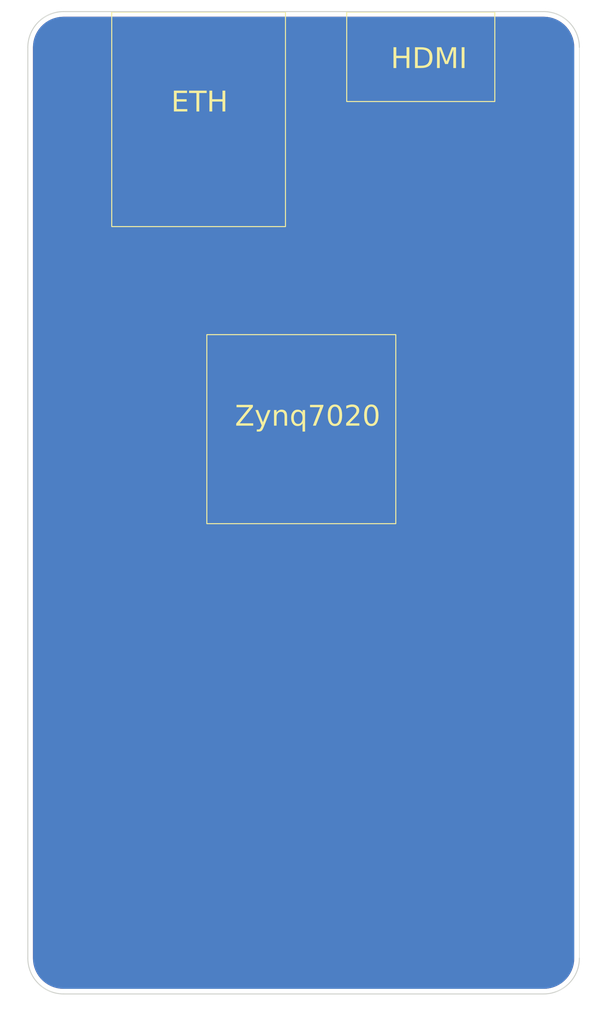
<source format=kicad_pcb>
(kicad_pcb
	(version 20240108)
	(generator "pcbnew")
	(generator_version "8.0")
	(general
		(thickness 1.6)
		(legacy_teardrops no)
	)
	(paper "A4")
	(layers
		(0 "F.Cu" signal)
		(31 "B.Cu" signal)
		(32 "B.Adhes" user "B.Adhesive")
		(33 "F.Adhes" user "F.Adhesive")
		(34 "B.Paste" user)
		(35 "F.Paste" user)
		(36 "B.SilkS" user "B.Silkscreen")
		(37 "F.SilkS" user "F.Silkscreen")
		(38 "B.Mask" user)
		(39 "F.Mask" user)
		(40 "Dwgs.User" user "User.Drawings")
		(41 "Cmts.User" user "User.Comments")
		(42 "Eco1.User" user "User.Eco1")
		(43 "Eco2.User" user "User.Eco2")
		(44 "Edge.Cuts" user)
		(45 "Margin" user)
		(46 "B.CrtYd" user "B.Courtyard")
		(47 "F.CrtYd" user "F.Courtyard")
		(48 "B.Fab" user)
		(49 "F.Fab" user)
		(50 "User.1" user)
		(51 "User.2" user)
		(52 "User.3" user)
		(53 "User.4" user)
		(54 "User.5" user)
		(55 "User.6" user)
		(56 "User.7" user)
		(57 "User.8" user)
		(58 "User.9" user)
	)
	(setup
		(pad_to_mask_clearance 0)
		(allow_soldermask_bridges_in_footprints no)
		(pcbplotparams
			(layerselection 0x00010fc_ffffffff)
			(plot_on_all_layers_selection 0x0000000_00000000)
			(disableapertmacros no)
			(usegerberextensions no)
			(usegerberattributes yes)
			(usegerberadvancedattributes yes)
			(creategerberjobfile yes)
			(dashed_line_dash_ratio 12.000000)
			(dashed_line_gap_ratio 3.000000)
			(svgprecision 4)
			(plotframeref no)
			(viasonmask no)
			(mode 1)
			(useauxorigin no)
			(hpglpennumber 1)
			(hpglpenspeed 20)
			(hpglpendiameter 15.000000)
			(pdf_front_fp_property_popups yes)
			(pdf_back_fp_property_popups yes)
			(dxfpolygonmode yes)
			(dxfimperialunits yes)
			(dxfusepcbnewfont yes)
			(psnegative no)
			(psa4output no)
			(plotreference yes)
			(plotvalue yes)
			(plotfptext yes)
			(plotinvisibletext no)
			(sketchpadsonfab no)
			(subtractmaskfromsilk no)
			(outputformat 1)
			(mirror no)
			(drillshape 1)
			(scaleselection 1)
			(outputdirectory "")
		)
	)
	(net 0 "")
	(gr_rect
		(start 71.44 42.185)
		(end 88.45 63.175)
		(stroke
			(width 0.1)
			(type default)
		)
		(fill none)
		(layer "F.SilkS")
		(uuid "08387fbc-740e-4575-836b-956635cff773")
	)
	(gr_rect
		(start 94.445 42.185)
		(end 108.945 50.935)
		(stroke
			(width 0.1)
			(type default)
		)
		(fill none)
		(layer "F.SilkS")
		(uuid "41ba33c9-b4db-4e1c-8ec6-6e5944465a8a")
	)
	(gr_rect
		(start 80.75 73.75)
		(end 99.25 92.25)
		(stroke
			(width 0.1)
			(type default)
		)
		(fill none)
		(layer "F.SilkS")
		(uuid "ebe0dfda-f342-4491-bb82-87ae64802f61")
	)
	(gr_line
		(start 113.724881 138.275119)
		(end 66.724881 138.275119)
		(stroke
			(width 0.1)
			(type default)
		)
		(layer "Edge.Cuts")
		(uuid "06509a24-67b2-4bc7-9447-49d7ef52e725")
	)
	(gr_arc
		(start 66.724881 138.275119)
		(mid 64.25 137.25)
		(end 63.224881 134.775119)
		(stroke
			(width 0.1)
			(type default)
		)
		(layer "Edge.Cuts")
		(uuid "3374b449-b752-4266-a6f6-bedc75af0908")
	)
	(gr_line
		(start 63.224881 134.775119)
		(end 63.224881 45.635119)
		(stroke
			(width 0.1)
			(type default)
		)
		(layer "Edge.Cuts")
		(uuid "7ef604ef-e8b0-4886-a025-4b877bfad9f0")
	)
	(gr_line
		(start 66.724881 42.135119)
		(end 113.724881 42.135119)
		(stroke
			(width 0.1)
			(type default)
		)
		(layer "Edge.Cuts")
		(uuid "b5a792a9-36f0-4ac4-920e-fedddb6e598b")
	)
	(gr_line
		(start 117.224881 45.635119)
		(end 117.224881 134.775119)
		(stroke
			(width 0.05)
			(type default)
		)
		(layer "Edge.Cuts")
		(uuid "b83f2a62-baaa-4878-a434-b6d4b95bfb65")
	)
	(gr_arc
		(start 63.224881 45.635119)
		(mid 64.250025 43.160264)
		(end 66.724881 42.135119)
		(stroke
			(width 0.1)
			(type default)
		)
		(layer "Edge.Cuts")
		(uuid "bd966688-ebcb-4c58-9189-5b20d0a46bdb")
	)
	(gr_arc
		(start 117.224881 134.775119)
		(mid 116.199782 137.250038)
		(end 113.724881 138.275119)
		(stroke
			(width 0.1)
			(type default)
		)
		(layer "Edge.Cuts")
		(uuid "df6cc0d3-2b7a-4755-897a-59269c62fc61")
	)
	(gr_arc
		(start 113.724881 42.135119)
		(mid 116.19976 43.16024)
		(end 117.224881 45.635119)
		(stroke
			(width 0.1)
			(type default)
		)
		(layer "Edge.Cuts")
		(uuid "f72e0902-9537-4120-a7c4-9514a35a637e")
	)
	(gr_text "ETH"
		(at 77.25 52.25 0)
		(layer "F.SilkS")
		(uuid "2d60212e-6708-40eb-a683-ab9f6a604505")
		(effects
			(font
				(face "AudioLink Console Demi")
				(size 2 2)
				(thickness 0.15)
			)
			(justify left bottom)
		)
		(render_cache "ETH" 0
			(polygon
				(pts
					(xy 77.830321 50.349288) (xy 77.734608 50.372567) (xy 77.686706 50.408883) (xy 77.634583 50.496569)
					(xy 77.627599 50.550055) (xy 77.627599 50.909581) (xy 78.011549 50.909581) (xy 78.092637 50.942798)
					(xy 78.125366 51.021933) (xy 78.092637 51.099113) (xy 78.011549 51.130865) (xy 77.627599 51.130865)
					(xy 77.627599 51.486971) (xy 77.650688 51.582264) (xy 77.686706 51.630097) (xy 77.770512 51.680472)
					(xy 77.830321 51.688715) (xy 78.466329 51.688715) (xy 78.546441 51.720956) (xy 78.578681 51.799602)
					(xy 78.546441 51.877759) (xy 78.466329 51.91) (xy 77.831297 51.91) (xy 77.725672 51.897835) (xy 77.630446 51.861342)
					(xy 77.545619 51.80052) (xy 77.529902 51.785436) (xy 77.464729 51.702765) (xy 77.423694 51.610459)
					(xy 77.406798 51.508516) (xy 77.406315 51.486971) (xy 77.406315 50.551032) (xy 77.418384 50.447162)
					(xy 77.454591 50.352928) (xy 77.514936 50.268331) (xy 77.529902 50.252568) (xy 77.612649 50.18688)
					(xy 77.705795 50.14552) (xy 77.80934 50.12849) (xy 77.831297 50.128004) (xy 78.466329 50.128004)
					(xy 78.546441 50.161221) (xy 78.578681 50.23889) (xy 78.546441 50.316071) (xy 78.466329 50.349288)
				)
			)
			(polygon
				(pts
					(xy 80.122784 50.128004) (xy 80.203384 50.161221) (xy 80.235624 50.23889) (xy 80.202407 50.316071)
					(xy 80.119853 50.349288) (xy 79.706594 50.349288) (xy 79.706594 51.797648) (xy 79.674354 51.877759)
					(xy 79.595708 51.91) (xy 79.51755 51.877759) (xy 79.48531 51.797648) (xy 79.48531 50.349288) (xy 79.094521 50.349288)
					(xy 79.016364 50.316071) (xy 78.985101 50.23889) (xy 79.017341 50.161221) (xy 79.097452 50.128004)
				)
			)
			(polygon
				(pts
					(xy 81.656629 50.162198) (xy 81.734787 50.128004) (xy 81.813433 50.161709) (xy 81.845673 50.239867)
					(xy 81.845673 51.798136) (xy 81.813433 51.877759) (xy 81.734787 51.91) (xy 81.656629 51.877759)
					(xy 81.624389 51.798136) (xy 81.624389 51.130865) (xy 80.816434 51.130865) (xy 80.816434 51.798136)
					(xy 80.784193 51.877759) (xy 80.705547 51.91) (xy 80.62739 51.877759) (xy 80.59515 51.798136) (xy 80.59515 50.239867)
					(xy 80.62739 50.161709) (xy 80.705547 50.128004) (xy 80.784193 50.162198) (xy 80.816434 50.240355)
					(xy 80.816434 50.909581) (xy 81.624389 50.909581) (xy 81.624389 50.240355)
				)
			)
		)
	)
	(gr_text "HDMI"
		(at 98.75 48 0)
		(layer "F.SilkS")
		(uuid "86abe8cf-2a11-4a74-8c3e-31bc7440d42b")
		(effects
			(font
				(face "AudioLink Console Demi")
				(size 2 2)
				(thickness 0.15)
			)
			(justify left bottom)
		)
		(render_cache "HDMI" 0
			(polygon
				(pts
					(xy 99.936531 45.912198) (xy 100.014689 45.878004) (xy 100.093335 45.911709) (xy 100.125575 45.989867)
					(xy 100.125575 47.548136) (xy 100.093335 47.627759) (xy 100.014689 47.66) (xy 99.936531 47.627759)
					(xy 99.904291 47.548136) (xy 99.904291 46.880865) (xy 99.096336 46.880865) (xy 99.096336 47.548136)
					(xy 99.064096 47.627759) (xy 98.98545 47.66) (xy 98.907292 47.627759) (xy 98.875052 47.548136)
					(xy 98.875052 45.989867) (xy 98.907292 45.911709) (xy 98.98545 45.878004) (xy 99.064096 45.912198)
					(xy 99.096336 45.990355) (xy 99.096336 46.659581) (xy 99.904291 46.659581) (xy 99.904291 45.990355)
				)
			)
			(polygon
				(pts
					(xy 100.957466 45.878004) (xy 101.070759 45.885835) (xy 101.177628 45.909328) (xy 101.278075 45.948483)
					(xy 101.372099 46.0033) (xy 101.4597 46.07378) (xy 101.487473 46.100753) (xy 101.562011 46.187375)
					(xy 101.621128 46.28018) (xy 101.664822 46.379167) (xy 101.693095 46.484337) (xy 101.705947 46.595688)
					(xy 101.706803 46.63418) (xy 101.706803 46.903824) (xy 101.699093 47.018181) (xy 101.67596 47.126046)
					(xy 101.637406 47.227421) (xy 101.58343 47.322303) (xy 101.514033 47.410694) (xy 101.487473 47.438715)
					(xy 101.402013 47.513917) (xy 101.31013 47.57356) (xy 101.211824 47.617644) (xy 101.107096 47.646169)
					(xy 100.995944 47.659135) (xy 100.957466 47.66) (xy 100.62725 47.66) (xy 100.548115 47.627759)
					(xy 100.516364 47.549602) (xy 100.548115 47.470956) (xy 100.626762 47.438715) (xy 100.956489 47.438715)
					(xy 101.061911 47.428885) (xy 101.159333 47.399392) (xy 101.248756 47.350239) (xy 101.330181 47.281423)
					(xy 101.398142 47.198747) (xy 101.446685 47.108011) (xy 101.475811 47.009214) (xy 101.485519 46.902358)
					(xy 101.485519 46.632714) (xy 101.475841 46.52714) (xy 101.446807 46.42926) (xy 101.398416 46.339073)
					(xy 101.330669 46.25658) (xy 101.24952 46.187765) (xy 101.160432 46.138611) (xy 101.063407 46.109118)
					(xy 100.958443 46.099288) (xy 100.737648 46.099288) (xy 100.737648 47.124131) (xy 100.705408 47.204242)
					(xy 100.626762 47.236482) (xy 100.548604 47.204242) (xy 100.516364 47.124619) (xy 100.516364 45.989867)
					(xy 100.548115 45.911709) (xy 100.62725 45.878004)
				)
			)
			(polygon
				(pts
					(xy 102.957327 45.878004) (xy 103.062359 45.893185) (xy 103.155438 45.938729) (xy 103.210851 45.985959)
					(xy 103.271201 46.065258) (xy 103.308467 46.163352) (xy 103.316852 46.244856) (xy 103.316852 47.548136)
					(xy 103.284612 47.627759) (xy 103.205966 47.66) (xy 103.127808 47.627759) (xy 103.095568 47.547648)
					(xy 103.095568 46.242414) (xy 103.061066 46.149325) (xy 103.053558 46.141297) (xy 102.965062 46.099657)
					(xy 102.954396 46.099288) (xy 102.861832 46.13621) (xy 102.856699 46.141297) (xy 102.816995 46.231482)
					(xy 102.816643 46.242414) (xy 102.816643 47.033761) (xy 102.784403 47.114361) (xy 102.705757 47.146601)
					(xy 102.627599 47.114361) (xy 102.595359 47.033761) (xy 102.595359 46.242414) (xy 102.560857 46.149325)
					(xy 102.553349 46.141297) (xy 102.462617 46.099452) (xy 102.455652 46.099288) (xy 102.363202 46.13621)
					(xy 102.357955 46.141297) (xy 102.316798 46.231482) (xy 102.316434 46.242414) (xy 102.316434 47.547648)
					(xy 102.284193 47.627759) (xy 102.205547 47.66) (xy 102.12739 47.627759) (xy 102.09515 47.548136)
					(xy 102.09515 46.244856) (xy 102.107617 46.146163) (xy 102.149658 46.050084) (xy 102.200662 45.985959)
					(xy 102.278282 45.924496) (xy 102.374544 45.886543) (xy 102.454675 45.878004) (xy 102.558425 45.892773)
					(xy 102.651321 45.93708) (xy 102.707222 45.983028) (xy 102.791394 45.919029) (xy 102.887107 45.884568)
				)
			)
			(polygon
				(pts
					(xy 104.775959 46.099288) (xy 104.426692 46.099288) (xy 104.426692 47.438715) (xy 104.775959 47.438715)
					(xy 104.85949 47.470956) (xy 104.893196 47.549602) (xy 104.860467 47.627759) (xy 104.779867 47.66)
					(xy 103.881053 47.66) (xy 103.799965 47.627759) (xy 103.767725 47.549602) (xy 103.798988 47.470956)
					(xy 103.877634 47.438715) (xy 104.205408 47.438715) (xy 104.205408 46.099288) (xy 103.877634 46.099288)
					(xy 103.798988 46.066071) (xy 103.767725 45.98889) (xy 103.799965 45.911221) (xy 103.881053 45.878004)
					(xy 104.779867 45.878004) (xy 104.860467 45.911221) (xy 104.893196 45.98889) (xy 104.85949 46.066071)
				)
			)
		)
	)
	(gr_text "Zynq7020"
		(at 83.5 83 0)
		(layer "F.SilkS")
		(uuid "b0805ab7-aa4d-412e-ba92-f8823c31ca4e")
		(effects
			(font
				(face "AudioLink Console Demi")
				(size 2 2)
				(thickness 0.15)
			)
			(justify left bottom)
		)
		(render_cache "Zynq7020" 0
			(polygon
				(pts
					(xy 84.762735 82.438715) (xy 84.843335 82.470956) (xy 84.875575 82.549602) (xy 84.843335 82.627759)
					(xy 84.762735 82.66) (xy 83.740334 82.66) (xy 83.652094 82.617921) (xy 83.641172 82.600893) (xy 83.63754 82.503237)
					(xy 83.648011 82.48561) (xy 84.55806 81.099288) (xy 83.737404 81.099288) (xy 83.657292 81.066071)
					(xy 83.625052 80.98889) (xy 83.657292 80.911221) (xy 83.737404 80.878004) (xy 84.759804 80.878004)
					(xy 84.848522 80.920083) (xy 84.859455 80.93711) (xy 84.861272 81.037822) (xy 84.852616 81.051905)
					(xy 83.942568 82.438715)
				)
			)
			(polygon
				(pts
					(xy 86.236496 81.349392) (xy 86.314654 81.315687) (xy 86.3933 81.349392) (xy 86.42554 81.428039)
					(xy 86.42554 82.546182) (xy 86.417476 82.648557) (xy 86.393283 82.744107) (xy 86.345885 82.844949)
					(xy 86.28713 82.925872) (xy 86.257013 82.958464) (xy 86.180056 83.024892) (xy 86.084206 83.080831)
					(xy 85.97993 83.11546) (xy 85.881776 83.12828) (xy 85.852547 83.128946) (xy 85.552128 83.128946)
					(xy 85.47397 83.097194) (xy 85.440753 83.019525) (xy 85.47397 82.94039) (xy 85.551639 82.907662)
					(xy 85.85157 82.907662) (xy 85.953443 82.892635) (xy 86.045657 82.847555) (xy 86.057222 82.839274)
					(xy 86.130974 82.766065) (xy 86.18004 82.673752) (xy 86.184717 82.66) (xy 85.915073 82.66) (xy 85.806687 82.651234)
					(xy 85.705501 82.624937) (xy 85.611514 82.58111) (xy 85.524727 82.519751) (xy 85.478367 82.476817)
					(xy 85.407942 82.393029) (xy 85.354814 82.301947) (xy 85.318984 82.203573) (xy 85.300451 82.097905)
					(xy 85.297627 82.034249) (xy 85.297627 81.428039) (xy 85.329378 81.349392) (xy 85.408025 81.315687)
					(xy 85.486671 81.349392) (xy 85.518911 81.428527) (xy 85.518911 82.035226) (xy 85.530312 82.134402)
					(xy 85.56919 82.232807) (xy 85.628476 82.312548) (xy 85.635659 82.320013) (xy 85.713158 82.38261)
					(xy 85.808876 82.424689) (xy 85.915561 82.438715) (xy 86.204256 82.438715) (xy 86.204256 81.428527)
				)
			)
			(polygon
				(pts
					(xy 87.403977 81.315687) (xy 87.514239 81.324523) (xy 87.617209 81.35103) (xy 87.712885 81.395208)
					(xy 87.801269 81.457058) (xy 87.848499 81.500334) (xy 87.920447 81.584694) (xy 87.974723 81.676206)
					(xy 88.011328 81.774872) (xy 88.030262 81.880689) (xy 88.033147 81.944368) (xy 88.033147 82.547648)
					(xy 88.000907 82.627759) (xy 87.92226 82.66) (xy 87.844103 82.627759) (xy 87.811863 82.547159)
					(xy 87.811863 81.94681) (xy 87.800128 81.844286) (xy 87.764922 81.752256) (xy 87.706247 81.670721)
					(xy 87.691695 81.655673) (xy 87.612126 81.593076) (xy 87.513579 81.550997) (xy 87.413974 81.537087)
					(xy 87.403489 81.536971) (xy 87.12896 81.536971) (xy 87.12896 82.547159) (xy 87.09672 82.627759)
					(xy 87.018073 82.66) (xy 86.939427 82.627759) (xy 86.907676 82.547648) (xy 86.907676 81.428039)
					(xy 86.939916 81.349392) (xy 87.021004 81.315687)
				)
			)
			(polygon
				(pts
					(xy 89.561618 81.315687) (xy 89.64173 81.349392) (xy 89.674459 81.428039) (xy 89.674459 83.016106)
					(xy 89.642219 83.096217) (xy 89.563572 83.128946) (xy 89.485415 83.096217) (xy 89.453175 83.015617)
					(xy 89.453175 81.536971) (xy 89.1127 81.536971) (xy 89.012961 81.548754) (xy 88.914048 81.588933)
					(xy 88.833944 81.650204) (xy 88.826448 81.657627) (xy 88.763851 81.737597) (xy 88.724438 81.827299)
					(xy 88.708209 81.926733) (xy 88.707745 81.947787) (xy 88.707745 82.039623) (xy 88.720791 82.145206)
					(xy 88.759926 82.240976) (xy 88.818143 82.319525) (xy 88.900034 82.387384) (xy 88.993239 82.427076)
					(xy 89.087787 82.438715) (xy 89.088764 82.438715) (xy 89.093161 82.438715) (xy 89.135659 82.438715)
					(xy 89.216259 82.470956) (xy 89.248988 82.549602) (xy 89.216748 82.627759) (xy 89.136147 82.66)
					(xy 89.090718 82.66) (xy 89.086322 82.66) (xy 89.080949 82.66) (xy 89.076552 82.66) (xy 89.07411 82.66)
					(xy 88.969117 82.651187) (xy 88.871697 82.62475) (xy 88.781851 82.580689) (xy 88.699579 82.519003)
					(xy 88.655966 82.47584) (xy 88.589919 82.392209) (xy 88.540094 82.302453) (xy 88.506491 82.206573)
					(xy 88.48911 82.104568) (xy 88.486461 82.043531) (xy 88.486461 81.952184) (xy 88.495227 81.840853)
					(xy 88.521524 81.736815) (xy 88.565351 81.64007) (xy 88.62671 81.550618) (xy 88.669644 81.502777)
					(xy 88.753623 81.429878) (xy 88.844848 81.374883) (xy 88.943319 81.337794) (xy 89.049037 81.31861)
					(xy 89.1127 81.315687)
				)
			)
			(polygon
				(pts
					(xy 91.315771 80.989867) (xy 91.315771 80.994263) (xy 91.315771 80.997194) (xy 91.315771 81.001591)
					(xy 91.315771 81.004033) (xy 91.315771 81.090983) (xy 91.315771 81.09538) (xy 91.315771 81.099288)
					(xy 91.296231 81.169141) (xy 90.272854 82.612616) (xy 90.186461 82.659953) (xy 90.182972 82.66)
					(xy 90.118492 82.64046) (xy 90.072086 82.567676) (xy 90.090648 82.483168) (xy 91.073482 81.099288)
					(xy 90.177599 81.099288) (xy 90.097487 81.066071) (xy 90.065247 80.98889) (xy 90.097487 80.911221)
					(xy 90.177599 80.878004) (xy 91.20293 80.878004) (xy 91.283531 80.911709)
				)
			)
			(polygon
				(pts
					(xy 92.497418 81.575561) (xy 92.529658 81.65323) (xy 92.496441 81.732854) (xy 92.262456 81.963907)
					(xy 92.182344 81.997613) (xy 92.10321 81.964396) (xy 92.070969 81.884773) (xy 92.104675 81.80808)
					(xy 92.33866 81.574096) (xy 92.418283 81.543321)
				)
			)
			(polygon
				(pts
					(xy 92.41056 80.871091) (xy 92.513175 80.897247) (xy 92.608404 80.940841) (xy 92.696246 81.001873)
					(xy 92.743126 81.044577) (xy 92.814312 81.127822) (xy 92.868014 81.218125) (xy 92.904232 81.315488)
					(xy 92.922965 81.41991) (xy 92.925819 81.482749) (xy 92.925819 82.055254) (xy 92.917031 82.16371)
					(xy 92.890664 82.265107) (xy 92.846719 82.359444) (xy 92.785197 82.446722) (xy 92.742149 82.493426)
					(xy 92.658337 82.564422) (xy 92.567185 82.61798) (xy 92.468694 82.654101) (xy 92.362863 82.672784)
					(xy 92.299092 82.675631) (xy 92.190376 82.667052) (xy 92.088626 82.641317) (xy 91.993841 82.598424)
					(xy 91.906022 82.538374) (xy 91.858967 82.496357) (xy 91.7874 82.414088) (xy 91.733411 82.324572)
					(xy 91.696999 82.22781) (xy 91.678166 82.123802) (xy 91.675296 82.061116) (xy 91.675296 82.059651)
					(xy 91.675296 82.055254) (xy 91.675296 81.482749) (xy 91.675335 81.48226) (xy 91.89658 81.48226)
					(xy 91.89658 82.050369) (xy 91.908124 82.15027) (xy 91.94749 82.249032) (xy 92.007521 82.328697)
					(xy 92.014794 82.336133) (xy 92.093447 82.398473) (xy 92.190986 82.440378) (xy 92.289676 82.454232)
					(xy 92.300069 82.454347) (xy 92.39997 82.443089) (xy 92.498732 82.404699) (xy 92.578397 82.346157)
					(xy 92.585833 82.339064) (xy 92.64843 82.261651) (xy 92.690509 82.164815) (xy 92.70442 82.066164)
					(xy 92.704535 82.055743) (xy 92.704535 81.48226) (xy 92.692943 81.384048) (xy 92.653415 81.286814)
					(xy 92.593136 81.208236) (xy 92.585833 81.200893) (xy 92.507132 81.139069) (xy 92.40943 81.097509)
					(xy 92.310493 81.083771) (xy 92.300069 81.083656) (xy 92.200426 81.095105) (xy 92.101838 81.134146)
					(xy 92.02223 81.19368) (xy 92.014794 81.200893) (xy 91.952454 81.278535) (xy 91.910549 81.374741)
					(xy 91.896696 81.472019) (xy 91.89658 81.48226) (xy 91.675335 81.48226) (xy 91.684038 81.374293)
					(xy 91.710265 81.272897) (xy 91.753976 81.178559) (xy 91.815171 81.091281) (xy 91.85799 81.044577)
					(xy 91.941611 80.973581) (xy 92.03262 80.920023) (xy 92.131014 80.883902) (xy 92.236795 80.865219)
					(xy 92.300558 80.862372)
				)
			)
			(polygon
				(pts
					(xy 94.535868 81.529644) (xy 94.502163 81.607313) (xy 93.666852 82.438715) (xy 94.423028 82.438715)
					(xy 94.50314 82.470956) (xy 94.535868 82.549602) (xy 94.503628 82.627759) (xy 94.423517 82.66)
					(xy 93.401605 82.66) (xy 93.312518 82.618259) (xy 93.298046 82.591612) (xy 93.304032 82.493998)
					(xy 93.323447 82.469979) (xy 94.314584 81.480795) (xy 94.314584 81.422177) (xy 94.300296 81.323098)
					(xy 94.25257 81.228631) (xy 94.212979 81.183307) (xy 94.131578 81.122582) (xy 94.039048 81.089884)
					(xy 93.971179 81.083656) (xy 93.877878 81.083656) (xy 93.776902 81.096413) (xy 93.686894 81.134682)
					(xy 93.614584 81.191612) (xy 93.553121 81.270574) (xy 93.515168 81.368302) (xy 93.506629 81.449532)
					(xy 93.474389 81.528178) (xy 93.395743 81.561884) (xy 93.317585 81.528667) (xy 93.285345 81.45002)
					(xy 93.293596 81.347362) (xy 93.31835 81.251388) (xy 93.359607 81.1621) (xy 93.417366 81.079496)
					(xy 93.45778 81.035296) (xy 93.536988 80.967917) (xy 93.623301 80.917086) (xy 93.71672 80.882806)
					(xy 93.817245 80.865074) (xy 93.877878 80.862372) (xy 93.971179 80.862372) (xy 94.069894 80.870249)
					(xy 94.174812 80.898543) (xy 94.271303 80.947415) (xy 94.34882 81.007057) (xy 94.369783 81.026992)
					(xy 94.434498 81.102215) (xy 94.488995 81.196027) (xy 94.522731 81.298205) (xy 94.535706 81.408748)
					(xy 94.535868 81.423154)
				)
			)
			(polygon
				(pts
					(xy 95.717515 81.575561) (xy 95.749755 81.65323) (xy 95.716538 81.732854) (xy 95.482554 81.963907)
					(xy 95.402442 81.997613) (xy 95.323307 81.964396) (xy 95.291067 81.884773) (xy 95.324773 81.80808)
					(xy 95.558757 81.574096) (xy 95.638381 81.543321)
				)
			)
			(polygon
				(pts
					(xy 95.630657 80.871091) (xy 95.733273 80.897247) (xy 95.828502 80.940841) (xy 95.916344 81.001873)
					(xy 95.963224 81.044577) (xy 96.03441 81.127822) (xy 96.088112 81.218125) (xy 96.124329 81.315488)
					(xy 96.143063 81.41991) (xy 96.145917 81.482749) (xy 96.145917 82.055254) (xy 96.137128 82.16371)
					(xy 96.110761 82.265107) (xy 96.066817 82.359444) (xy 96.005294 82.446722) (xy 95.962247 82.493426)
					(xy 95.878435 82.564422) (xy 95.787283 82.61798) (xy 95.688791 82.654101) (xy 95.58296 82.672784)
					(xy 95.51919 82.675631) (xy 95.410474 82.667052) (xy 95.308723 82.641317) (xy 95.213938 82.598424)
					(xy 95.126119 82.538374) (xy 95.079064 82.496357) (xy 95.007497 82.414088) (xy 94.953508 82.324572)
					(xy 94.917097 82.22781) (xy 94.898264 82.123802) (xy 94.895394 82.061116) (xy 94.895394 82.059651)
					(xy 94.895394 82.055254) (xy 94.895394 81.482749) (xy 94.895433 81.48226) (xy 95.116678 81.48226)
					(xy 95.116678 82.050369) (xy 95.128222 82.15027) (xy 95.167588 82.249032) (xy 95.227618 82.328697)
					(xy 95.234891 82.336133) (xy 95.313545 82.398473) (xy 95.411084 82.440378) (xy 95.509773 82.454232)
					(xy 95.520167 82.454347) (xy 95.620068 82.443089) (xy 95.718829 82.404699) (xy 95.798495 82.346157)
					(xy 95.805931 82.339064) (xy 95.868528 82.261651) (xy 95.910607 82.164815) (xy 95.924517 82.066164)
					(xy 95.924633 82.055743) (xy 95.924633 81.48226) (xy 95.913041 81.384048) (xy 95.873512 81.286814)
					(xy 95.813234 81.208236) (xy 95.805931 81.200893) (xy 95.72723 81.139069) (xy 95.629528 81.097509)
					(xy 95.530591 81.083771) (xy 95.520167 81.083656) (xy 95.420524 81.095105) (xy 95.321935 81.134146)
					(xy 95.242327 81.19368) (xy 95.234891 81.200893) (xy 95.172552 81.278535) (xy 95.130646 81.374741)
					(xy 95.116793 81.472019) (xy 95.116678 81.48226) (xy 94.895433 81.48226) (xy 94.904136 81.374293)
					(xy 94.930362 81.272897) (xy 94.974073 81.178559) (xy 95.035269 81.091281) (xy 95.078087 81.044577)
					(xy 95.161709 80.973581) (xy 95.252717 80.920023) (xy 95.351112 80.883902) (xy 95.456893 80.865219)
					(xy 95.520655 80.862372)
				)
			)
		)
	)
	(zone
		(net 0)
		(net_name "")
		(layers "F&B.Cu")
		(uuid "a7b32183-d1a6-40ab-83a8-79de30c0c612")
		(hatch edge 0.5)
		(connect_pads
			(clearance 0.5)
		)
		(min_thickness 0.25)
		(filled_areas_thickness no)
		(fill yes
			(thermal_gap 0.5)
			(thermal_bridge_width 0.5)
			(island_removal_mode 1)
			(island_area_min 10)
		)
		(polygon
			(pts
				(xy 61.75 41) (xy 119.75 41) (xy 119.75 141.25) (xy 60.5 141.25)
			)
		)
		(filled_polygon
			(layer "F.Cu")
			(island)
			(pts
				(xy 113.658992 42.63562) (xy 113.721638 42.635619) (xy 113.728128 42.635789) (xy 114.031933 42.651709)
				(xy 114.044836 42.653065) (xy 114.342101 42.700146) (xy 114.354776 42.702839) (xy 114.645511 42.780741)
				(xy 114.657844 42.784748) (xy 114.938823 42.892605) (xy 114.950678 42.897883) (xy 115.21885 43.034523)
				(xy 115.23009 43.041013) (xy 115.4825 43.204929) (xy 115.492999 43.212557) (xy 115.689779 43.371906)
				(xy 115.726891 43.401958) (xy 115.736537 43.410643) (xy 115.949356 43.623462) (xy 115.958041 43.633108)
				(xy 116.147441 43.866999) (xy 116.15507 43.877499) (xy 116.318986 44.129909) (xy 116.325476 44.141149)
				(xy 116.462116 44.409321) (xy 116.467395 44.421179) (xy 116.575249 44.70215) (xy 116.57926 44.714494)
				(xy 116.657157 45.005212) (xy 116.659855 45.017908) (xy 116.706933 45.31516) (xy 116.70829 45.328068)
				(xy 116.72421 45.631871) (xy 116.72438 45.63836) (xy 116.72438 45.710995) (xy 116.724381 45.711008)
				(xy 116.724381 134.70162) (xy 116.724379 134.701654) (xy 116.72438 134.771888) (xy 116.72421 134.778377)
				(xy 116.708296 135.082167) (xy 116.70694 135.095076) (xy 116.659862 135.392347) (xy 116.657163 135.405043)
				(xy 116.579273 135.695751) (xy 116.575262 135.708095) (xy 116.467411 135.989065) (xy 116.462132 136.000923)
				(xy 116.325496 136.269089) (xy 116.319006 136.28033) (xy 116.155092 136.532737) (xy 116.147463 136.543238)
				(xy 115.958058 136.777132) (xy 115.949373 136.786778) (xy 115.736555 136.999594) (xy 115.726909 137.008279)
				(xy 115.493013 137.197681) (xy 115.482512 137.20531) (xy 115.230104 137.369222) (xy 115.218863 137.375712)
				(xy 114.950695 137.512344) (xy 114.938837 137.517623) (xy 114.657866 137.625471) (xy 114.645522 137.629482)
				(xy 114.354803 137.707372) (xy 114.342107 137.71007) (xy 114.044845 137.757144) (xy 114.031935 137.7585)
				(xy 113.727411 137.774448) (xy 113.720924 137.774618) (xy 113.666563 137.774617) (xy 113.659006 137.774617)
				(xy 113.659005 137.774617) (xy 113.650382 137.774617) (xy 113.650354 137.774619) (xy 66.72813 137.774619)
				(xy 66.72164 137.774449) (xy 66.417838 137.758526) (xy 66.404932 137.757169) (xy 66.30319 137.741054)
				(xy 66.107676 137.710087) (xy 66.094981 137.707389) (xy 65.804263 137.62949) (xy 65.791919 137.625479)
				(xy 65.510946 137.517623) (xy 65.499089 137.512344) (xy 65.230922 137.375705) (xy 65.219682 137.369215)
				(xy 64.967277 137.205301) (xy 64.956776 137.197672) (xy 64.722875 137.008262) (xy 64.71323 136.999577)
				(xy 64.500422 136.786769) (xy 64.491737 136.777124) (xy 64.302327 136.543223) (xy 64.294698 136.532722)
				(xy 64.203789 136.392734) (xy 64.130782 136.280313) (xy 64.124294 136.269077) (xy 63.98765 136.000899)
				(xy 63.982381 135.989064) (xy 63.874518 135.708074) (xy 63.870509 135.695736) (xy 63.79261 135.405018)
				(xy 63.789914 135.392332) (xy 63.742828 135.09505) (xy 63.741474 135.082167) (xy 63.725551 134.778359)
				(xy 63.725381 134.771869) (xy 63.725381 45.638371) (xy 63.725551 45.631879) (xy 63.735078 45.450167)
				(xy 63.741479 45.328078) (xy 63.742833 45.315198) (xy 63.789926 45.017907) (xy 63.792618 45.005243)
				(xy 63.870526 44.714508) (xy 63.874526 44.702198) (xy 63.982393 44.421208) (xy 63.987671 44.409356)
				(xy 64.124312 44.141193) (xy 64.130802 44.129952) (xy 64.203817 44.017523) (xy 64.294722 43.877544)
				(xy 64.302349 43.867048) (xy 64.448658 43.686375) (xy 64.491764 43.633144) (xy 64.50043 43.62352)
				(xy 64.713258 43.410696) (xy 64.722884 43.402028) (xy 64.956805 43.212606) (xy 64.967284 43.204993)
				(xy 65.219712 43.041065) (xy 65.230928 43.03459) (xy 65.499103 42.897949) (xy 65.510959 42.892671)
				(xy 65.511134 42.892604) (xy 65.791934 42.784815) (xy 65.804262 42.780809) (xy 66.094998 42.702906)
				(xy 66.107674 42.700213) (xy 66.404933 42.65313) (xy 66.417841 42.651774) (xy 66.722829 42.635789)
				(xy 66.729319 42.635619) (xy 66.790776 42.635619) (xy 113.658988 42.635619)
			)
		)
		(filled_polygon
			(layer "B.Cu")
			(island)
			(pts
				(xy 113.658992 42.63562) (xy 113.721638 42.635619) (xy 113.728128 42.635789) (xy 114.031933 42.651709)
				(xy 114.044836 42.653065) (xy 114.342101 42.700146) (xy 114.354776 42.702839) (xy 114.645511 42.780741)
				(xy 114.657844 42.784748) (xy 114.938823 42.892605) (xy 114.950678 42.897883) (xy 115.21885 43.034523)
				(xy 115.23009 43.041013) (xy 115.4825 43.204929) (xy 115.492999 43.212557) (xy 115.689779 43.371906)
				(xy 115.726891 43.401958) (xy 115.736537 43.410643) (xy 115.949356 43.623462) (xy 115.958041 43.633108)
				(xy 116.147441 43.866999) (xy 116.15507 43.877499) (xy 116.318986 44.129909) (xy 116.325476 44.141149)
				(xy 116.462116 44.409321) (xy 116.467395 44.421179) (xy 116.575249 44.70215) (xy 116.57926 44.714494)
				(xy 116.657157 45.005212) (xy 116.659855 45.017908) (xy 116.706933 45.31516) (xy 116.70829 45.328068)
				(xy 116.72421 45.631871) (xy 116.72438 45.63836) (xy 116.72438 45.710995) (xy 116.724381 45.711008)
				(xy 116.724381 134.70162) (xy 116.724379 134.701654) (xy 116.72438 134.771888) (xy 116.72421 134.778377)
				(xy 116.708296 135.082167) (xy 116.70694 135.095076) (xy 116.659862 135.392347) (xy 116.657163 135.405043)
				(xy 116.579273 135.695751) (xy 116.575262 135.708095) (xy 116.467411 135.989065) (xy 116.462132 136.000923)
				(xy 116.325496 136.269089) (xy 116.319006 136.28033) (xy 116.155092 136.532737) (xy 116.147463 136.543238)
				(xy 115.958058 136.777132) (xy 115.949373 136.786778) (xy 115.736555 136.999594) (xy 115.726909 137.008279)
				(xy 115.493013 137.197681) (xy 115.482512 137.20531) (xy 115.230104 137.369222) (xy 115.218863 137.375712)
				(xy 114.950695 137.512344) (xy 114.938837 137.517623) (xy 114.657866 137.625471) (xy 114.645522 137.629482)
				(xy 114.354803 137.707372) (xy 114.342107 137.71007) (xy 114.044845 137.757144) (xy 114.031935 137.7585)
				(xy 113.727411 137.774448) (xy 113.720924 137.774618) (xy 113.666563 137.774617) (xy 113.659006 137.774617)
				(xy 113.659005 137.774617) (xy 113.650382 137.774617) (xy 113.650354 137.774619) (xy 66.72813 137.774619)
				(xy 66.72164 137.774449) (xy 66.417838 137.758526) (xy 66.404932 137.757169) (xy 66.30319 137.741054)
				(xy 66.107676 137.710087) (xy 66.094981 137.707389) (xy 65.804263 137.62949) (xy 65.791919 137.625479)
				(xy 65.510946 137.517623) (xy 65.499089 137.512344) (xy 65.230922 137.375705) (xy 65.219682 137.369215)
				(xy 64.967277 137.205301) (xy 64.956776 137.197672) (xy 64.722875 137.008262) (xy 64.71323 136.999577)
				(xy 64.500422 136.786769) (xy 64.491737 136.777124) (xy 64.302327 136.543223) (xy 64.294698 136.532722)
				(xy 64.203789 136.392734) (xy 64.130782 136.280313) (xy 64.124294 136.269077) (xy 63.98765 136.000899)
				(xy 63.982381 135.989064) (xy 63.874518 135.708074) (xy 63.870509 135.695736) (xy 63.79261 135.405018)
				(xy 63.789914 135.392332) (xy 63.742828 135.09505) (xy 63.741474 135.082167) (xy 63.725551 134.778359)
				(xy 63.725381 134.771869) (xy 63.725381 45.638371) (xy 63.725551 45.631879) (xy 63.735078 45.450167)
				(xy 63.741479 45.328078) (xy 63.742833 45.315198) (xy 63.789926 45.017907) (xy 63.792618 45.005243)
				(xy 63.870526 44.714508) (xy 63.874526 44.702198) (xy 63.982393 44.421208) (xy 63.987671 44.409356)
				(xy 64.124312 44.141193) (xy 64.130802 44.129952) (xy 64.203817 44.017523) (xy 64.294722 43.877544)
				(xy 64.302349 43.867048) (xy 64.448658 43.686375) (xy 64.491764 43.633144) (xy 64.50043 43.62352)
				(xy 64.713258 43.410696) (xy 64.722884 43.402028) (xy 64.956805 43.212606) (xy 64.967284 43.204993)
				(xy 65.219712 43.041065) (xy 65.230928 43.03459) (xy 65.499103 42.897949) (xy 65.510959 42.892671)
				(xy 65.511134 42.892604) (xy 65.791934 42.784815) (xy 65.804262 42.780809) (xy 66.094998 42.702906)
				(xy 66.107674 42.700213) (xy 66.404933 42.65313) (xy 66.417841 42.651774) (xy 66.722829 42.635789)
				(xy 66.729319 42.635619) (xy 66.790776 42.635619) (xy 113.658988 42.635619)
			)
		)
	)
)

</source>
